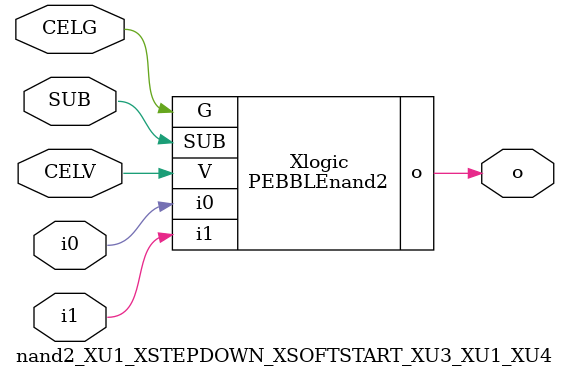
<source format=v>



module PEBBLEnand2 ( o, G, SUB, V, i0, i1 );

  input i0;
  input V;
  input i1;
  input G;
  output o;
  input SUB;
endmodule

//Celera Confidential Do Not Copy nand2_XU1_XSTEPDOWN_XSOFTSTART_XU3_XU1_XU4
//Celera Confidential Symbol Generator
//5V NAND2
module nand2_XU1_XSTEPDOWN_XSOFTSTART_XU3_XU1_XU4 (CELV,CELG,i0,i1,o,SUB);
input CELV;
input CELG;
input i0;
input i1;
input SUB;
output o;

//Celera Confidential Do Not Copy nand2
PEBBLEnand2 Xlogic(
.V (CELV),
.i0 (i0),
.i1 (i1),
.o (o),
.SUB (SUB),
.G (CELG)
);
//,diesize,PEBBLEnand2

//Celera Confidential Do Not Copy Module End
//Celera Schematic Generator
endmodule

</source>
